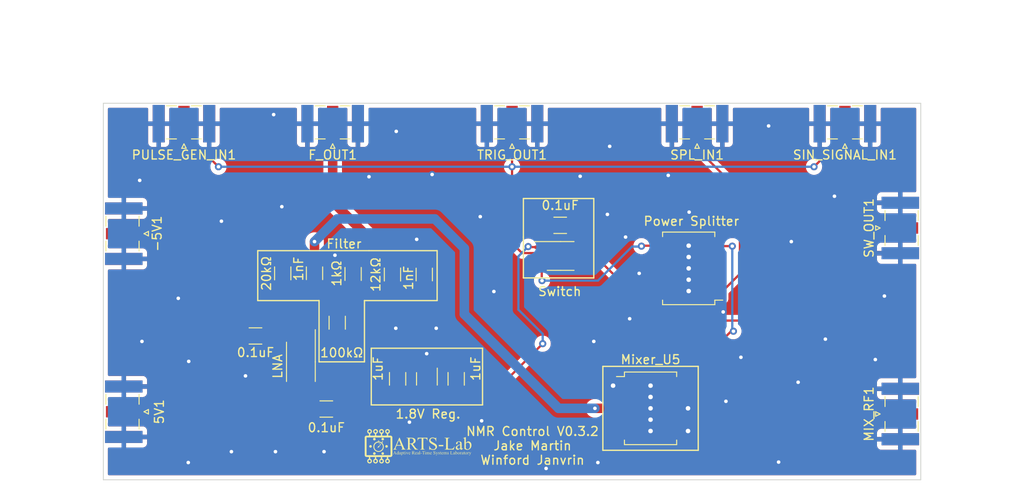
<source format=kicad_pcb>
(kicad_pcb (version 20211014) (generator pcbnew)
  (layers (0 "F.Cu" signal) (31 "B.Cu" signal) (34 "B.Paste" user) (35 "F.Paste" user) (36 "B.SilkS" user "B.Silkscreen") (37 "F.SilkS" user "F.Silkscreen") (38 "B.Mask" user) (39 "F.Mask" user) (44 "Edge.Cuts" user))
  (net 0 "")
  (net 1 "Net-(C1-Pad1)")
  (net 2 "Net-(C1-Pad2)")
  (net 3 "Net-(5V1-Pad1)")
  (net 4 "GND")
  (net 5 "Net-(C3-Pad2)")
  (net 6 "Net-(C4-Pad1)")
  (net 7 "Net-(R1-Pad2)")
  (net 8 "Net-(R2-Pad2)")
  (net 12 "Net-(U3-Pad3)")
  (net 13 "Net-(U3-Pad4)")
  (net 15 "Net-(U1-Pad6)")
  (net 16 "Net-(-5V1-Pad1)")
  (net 17 "Net-(MIX_RF1-Pad1)")
  (net 18 "Net-(SPL_IN1-Pad1)")
  (net 19 "Net-(U4-Pad2)")
  (net 20 "Net-(SW_OUT1-Pad1)")
  (footprint "Connector_Coaxial:SMA_Samtec_SMA-J-P-X-ST-EM1_EdgeMount" (layer "F.Cu") (at 96.266 70.739 -90)
    (fp_text reference "-5V1" (at 0 -3.7195 90) (layer "F.SilkS"))
    (fp_text value "Conn_Coaxial")
    (pad "1" smd rect (at 0 0.2 270) (size 1.27 3.6) (layers "F.Cu" "F.Paste" "F.Mask") (net 16 "Net-(-5V1-Pad1)"))
    (pad "2" smd rect (at 2.825 0 270) (size 1.35 4.2) (layers "F.Cu" "F.Paste" "F.Mask") (net 4 "GND"))
    (pad "2" smd rect (at 2.825 0 270) (size 1.35 4.2) (layers "B.Cu" "B.Paste" "B.Mask") (net 4 "GND"))
    (pad "2" smd rect (at -2.825 0 270) (size 1.35 4.2) (layers "F.Cu" "F.Paste" "F.Mask") (net 4 "GND"))
    (pad "2" smd rect (at -2.825 0 270) (size 1.35 4.2) (layers "B.Cu" "B.Paste" "B.Mask") (net 4 "GND"))
  )
  (footprint "Graphics:ARTS" (layer "F.Cu") (at 129.1844 94.5388)
    (fp_text reference "G***" hide)
    (fp_text value "LOGO" hide)
  )
  (footprint "Capacitor_SMD:C_1206_3216Metric" (layer "F.Cu") (at 117.602 75.1715 90)
    (fp_text reference "1nF" (at 0.4955 -1.778 90) (layer "F.SilkS"))
    (fp_text value "C")
    (pad "1" smd roundrect (at -1.475 0 90) (size 1.15 1.8) (layers "F.Cu" "F.Paste" "F.Mask") (roundrect_rratio 0.2173913043) (net 1 "Net-(C1-Pad1)"))
    (pad "2" smd roundrect (at 1.475 0 90) (size 1.15 1.8) (layers "F.Cu" "F.Paste" "F.Mask") (roundrect_rratio 0.2173913043) (net 2 "Net-(C1-Pad2)"))
  )
  (footprint "Resistor_SMD:R_1206_3216Metric" (layer "F.Cu") (at 120.142 80.7105 -90)
    (fp_text reference "100kΩ" (at 3.3635 -0.508) (layer "F.SilkS"))
    (fp_text value "R")
    (pad "1" smd roundrect (at -1.4625 0 270) (size 1.125 1.75) (layers "F.Cu" "F.Paste" "F.Mask") (roundrect_rratio 0.2222222222) (net 7 "Net-(R1-Pad2)"))
    (pad "2" smd roundrect (at 1.4625 0 270) (size 1.125 1.75) (layers "F.Cu" "F.Paste" "F.Mask") (roundrect_rratio 0.2222222222) (net 8 "Net-(R2-Pad2)"))
  )
  (footprint "Connector_Coaxial:SMA_Samtec_SMA-J-P-X-ST-EM1_EdgeMount" (layer "F.Cu") (at 119.634 58.42 180)
    (fp_text reference "F_OUT1" (at 0 -3.5) (layer "F.SilkS"))
    (fp_text value "Conn_Coaxial")
    (pad "1" smd rect (at 0 0.2 180) (size 1.27 3.6) (layers "F.Cu" "F.Paste" "F.Mask") (net 5 "Net-(C3-Pad2)"))
    (pad "2" smd rect (at -2.825 0 180) (size 1.35 4.2) (layers "F.Cu" "F.Paste" "F.Mask") (net 4 "GND"))
    (pad "2" smd rect (at 2.825 0 180) (size 1.35 4.2) (layers "F.Cu" "F.Paste" "F.Mask") (net 4 "GND"))
    (pad "2" smd rect (at -2.825 0 180) (size 1.35 4.2) (layers "B.Cu" "B.Paste" "B.Mask") (net 4 "GND"))
    (pad "2" smd rect (at 2.825 0 180) (size 1.35 4.2) (layers "B.Cu" "B.Paste" "B.Mask") (net 4 "GND"))
  )
  (footprint "Capacitor_SMD:C_1206_3216Metric" (layer "F.Cu") (at 129.879 75.311 90)
    (fp_text reference "1nF" (at -0.381 -1.7614 90) (layer "F.SilkS"))
    (fp_text value "C")
    (pad "1" smd roundrect (at -1.475 0 90) (size 1.15 1.8) (layers "F.Cu" "F.Paste" "F.Mask") (roundrect_rratio 0.2173913043) (net 4 "GND"))
    (pad "2" smd roundrect (at 1.475 0 90) (size 1.15 1.8) (layers "F.Cu" "F.Paste" "F.Mask") (roundrect_rratio 0.2173913043) (net 5 "Net-(C3-Pad2)"))
  )
  (footprint "Resistor_SMD:R_1206_3216Metric" (layer "F.Cu") (at 121.92 75.2495 -90)
    (fp_text reference "1kΩ" (at -0.0655 1.8288 90) (layer "F.SilkS"))
    (fp_text value "R")
    (pad "1" smd roundrect (at -1.4625 0 270) (size 1.125 1.75) (layers "F.Cu" "F.Paste" "F.Mask") (roundrect_rratio 0.2222222222) (net 4 "GND"))
    (pad "2" smd roundrect (at 1.4625 0 270) (size 1.125 1.75) (layers "F.Cu" "F.Paste" "F.Mask") (roundrect_rratio 0.2222222222) (net 7 "Net-(R1-Pad2)"))
  )
  (footprint "Capacitor_SMD:C_1206_3216Metric" (layer "F.Cu") (at 110.998 82.1944)
    (fp_text reference "C6")
    (fp_text value "0.1uF" (at 0 1.85) (layer "F.SilkS"))
    (pad "1" smd roundrect (at -1.475 0) (size 1.15 1.8) (layers "F.Cu" "F.Paste" "F.Mask") (roundrect_rratio 0.2173913043) (net 4 "GND"))
    (pad "2" smd roundrect (at 1.475 0) (size 1.15 1.8) (layers "F.Cu" "F.Paste" "F.Mask") (roundrect_rratio 0.2173913043) (net 16 "Net-(-5V1-Pad1)"))
  )
  (footprint "Connector_Coaxial:SMA_Samtec_SMA-J-P-X-ST-EM1_EdgeMount" (layer "F.Cu") (at 183.134 70.104 90)
    (fp_text reference "SW_OUT1" (at 0 -3.5 90) (layer "F.SilkS"))
    (fp_text value "Conn_Coaxial")
    (pad "1" smd rect (at 0 0.2 90) (size 1.27 3.6) (layers "F.Cu" "F.Paste" "F.Mask") (net 20 "Net-(SW_OUT1-Pad1)"))
    (pad "2" smd rect (at -2.825 0 90) (size 1.35 4.2) (layers "F.Cu" "F.Paste" "F.Mask") (net 4 "GND"))
    (pad "2" smd rect (at -2.825 0 90) (size 1.35 4.2) (layers "B.Cu" "B.Paste" "B.Mask") (net 4 "GND"))
    (pad "2" smd rect (at 2.825 0 90) (size 1.35 4.2) (layers "B.Cu" "B.Paste" "B.Mask") (net 4 "GND"))
    (pad "2" smd rect (at 2.825 0 90) (size 1.35 4.2) (layers "F.Cu" "F.Paste" "F.Mask") (net 4 "GND"))
  )
  (footprint "Connector_Coaxial:SMA_Samtec_SMA-J-P-X-ST-EM1_EdgeMount" (layer "F.Cu") (at 102.997 58.42 180)
    (fp_text reference "PULSE_GEN_IN1" (at 0 -3.5) (layer "F.SilkS"))
    (fp_text value "Conn_Coaxial")
    (pad "1" smd rect (at 0 0.2 180) (size 1.27 3.6) (layers "F.Cu" "F.Paste" "F.Mask") (net 19 "Net-(U4-Pad2)"))
    (pad "2" smd rect (at 2.825 0 180) (size 1.35 4.2) (layers "B.Cu" "B.Paste" "B.Mask") (net 4 "GND"))
    (pad "2" smd rect (at -2.825 0 180) (size 1.35 4.2) (layers "F.Cu" "F.Paste" "F.Mask") (net 4 "GND"))
    (pad "2" smd rect (at 2.825 0 180) (size 1.35 4.2) (layers "F.Cu" "F.Paste" "F.Mask") (net 4 "GND"))
    (pad "2" smd rect (at -2.825 0 180) (size 1.35 4.2) (layers "B.Cu" "B.Paste" "B.Mask") (net 4 "GND"))
  )
  (footprint "Resistor_SMD:R_1206_3216Metric" (layer "F.Cu") (at 114.046 75.184 90)
    (fp_text reference "20kΩ" (at 0 -1.82 90) (layer "F.SilkS"))
    (fp_text value "R")
    (pad "1" smd roundrect (at -1.4625 0 90) (size 1.125 1.75) (layers "F.Cu" "F.Paste" "F.Mask") (roundrect_rratio 0.2222222222) (net 1 "Net-(C1-Pad1)"))
    (pad "2" smd roundrect (at 1.4625 0 90) (size 1.125 1.75) (layers "F.Cu" "F.Paste" "F.Mask") (roundrect_rratio 0.2222222222) (net 4 "GND"))
  )
  (footprint "RF_Mini-Circuits:Mini-Circuits_CD636_LandPatternPL-035" (layer "F.Cu") (at 159.4612 74.6252 180)
    (fp_text reference "Power Splitter" (at -0.3048 5.2832) (layer "F.SilkS"))
    (fp_text value "ADP-2-1W")
    (pad "1" smd rect (at -2.54 -2.54 90) (size 1.651 2.54) (layers "F.Cu" "F.Paste" "F.Mask") (net 18 "Net-(SPL_IN1-Pad1)") (clearance 0.635))
    (pad "2" smd rect (at -2.54 0 90) (size 1.651 2.54) (layers "F.Cu" "F.Paste" "F.Mask") (clearance 0.635))
    (pad "3" smd rect (at -2.54 2.54 90) (size 1.651 2.54) (layers "F.Cu" "F.Paste" "F.Mask") (net 12 "Net-(U3-Pad3)") (clearance 0.635))
    (pad "4" smd rect (at 2.54 2.54 90) (size 1.651 2.54) (layers "F.Cu" "F.Paste" "F.Mask") (net 13 "Net-(U3-Pad4)") (clearance 0.635))
    (pad "5" smd rect (at 2.54 0 90) (size 1.651 2.54) (layers "F.Cu" "F.Paste" "F.Mask") (clearance 0.635))
    (pad "6" smd rect (at 0.9525 -2.54 90) (size 1.651 0.635) (layers "F.Cu") (net 4 "GND"))
    (pad "6" thru_hole circle (at 0 -1.27 90) (size 1.016 1.016) (drill 0.508) (layers *.Cu) (net 4 "GND"))
    (pad "6" thru_hole circle (at 0 2.54 90) (size 1.016 1.016) (drill 0.508) (layers *.Cu) (net 4 "GND"))
    (pad "6" smd rect (at 2.54 -2.54 90) (size 1.651 2.54) (layers "F.Cu" "F.Paste" "F.Mask") (net 4 "GND"))
    (pad "6" smd rect (at 0 0 90) (size 6.731 1.27) (layers "F.Cu") (net 4 "GND"))
    (pad "6" thru_hole circle (at 0 0 90) (size 1.016 1.016) (drill 0.508) (layers *.Cu) (net 4 "GND"))
    (pad "6" thru_hole circle (at 0 1.27 90) (size 1.016 1.016) (drill 0.508) (layers *.Cu) (net 4 "GND"))
    (pad "6" thru_hole circle (at 0 -2.54 90) (size 1.016 1.016) (drill 0.508) (layers *.Cu) (net 4 "GND"))
  )
  (footprint "Connector_Coaxial:SMA_Samtec_SMA-J-P-X-ST-EM1_EdgeMount" (layer "F.Cu") (at 139.7 58.42 180)
    (fp_text reference "TRIG_OUT1" (at 0 -3.5) (layer "F.SilkS"))
    (fp_text value "Conn_Coaxial")
    (pad "1" smd rect (at 0 0.2 180) (size 1.27 3.6) (layers "F.Cu" "F.Paste" "F.Mask") (net 19 "Net-(U4-Pad2)"))
    (pad "2" smd rect (at -2.825 0 180) (size 1.35 4.2) (layers "F.Cu" "F.Paste" "F.Mask") (net 4 "GND"))
    (pad "2" smd rect (at 2.825 0 180) (size 1.35 4.2) (layers "F.Cu" "F.Paste" "F.Mask") (net 4 "GND"))
    (pad "2" smd rect (at -2.825 0 180) (size 1.35 4.2) (layers "B.Cu" "B.Paste" "B.Mask") (net 4 "GND"))
    (pad "2" smd rect (at 2.825 0 180) (size 1.35 4.2) (layers "B.Cu" "B.Paste" "B.Mask") (net 4 "GND"))
  )
  (footprint "Connector_Coaxial:SMA_Samtec_SMA-J-P-X-ST-EM1_EdgeMount" (layer "F.Cu") (at 160.401 58.42 180)
    (fp_text reference "SPL_IN1" (at 0 -3.5) (layer "F.SilkS"))
    (fp_text value "Conn_Coaxial")
    (pad "1" smd rect (at 0 0.2 180) (size 1.27 3.6) (layers "F.Cu" "F.Paste" "F.Mask") (net 18 "Net-(SPL_IN1-Pad1)"))
    (pad "2" smd rect (at 2.825 0 180) (size 1.35 4.2) (layers "F.Cu" "F.Paste" "F.Mask") (net 4 "GND"))
    (pad "2" smd rect (at -2.825 0 180) (size 1.35 4.2) (layers "B.Cu" "B.Paste" "B.Mask") (net 4 "GND"))
    (pad "2" smd rect (at 2.825 0 180) (size 1.35 4.2) (layers "B.Cu" "B.Paste" "B.Mask") (net 4 "GND"))
    (pad "2" smd rect (at -2.825 0 180) (size 1.35 4.2) (layers "F.Cu" "F.Paste" "F.Mask") (net 4 "GND"))
  )
  (footprint "Capacitor_SMD:C_1206_3216Metric" (layer "F.Cu") (at 118.9228 90.3732 180)
    (fp_text reference "C7")
    (fp_text value "0.1uF" (at 0 -2.0828) (layer "F.SilkS"))
    (pad "1" smd roundrect (at -1.475 0 180) (size 1.15 1.8) (layers "F.Cu" "F.Paste" "F.Mask") (roundrect_rratio 0.2173913043) (net 4 "GND"))
    (pad "2" smd roundrect (at 1.475 0 180) (size 1.15 1.8) (layers "F.Cu" "F.Paste" "F.Mask") (roundrect_rratio 0.2173913043) (net 3 "Net-(5V1-Pad1)"))
  )
  (footprint "Connector_Coaxial:SMA_Samtec_SMA-J-P-X-ST-EM1_EdgeMount" (layer "F.Cu") (at 176.94 58.42 180)
    (fp_text reference "SIN_SIGNAL_IN1" (at 0 -3.5) (layer "F.SilkS"))
    (fp_text value "Conn_Coaxial")
    (pad "1" smd rect (at 0 0.2 180) (size 1.27 3.6) (layers "F.Cu" "F.Paste" "F.Mask") (net 19 "Net-(U4-Pad2)"))
    (pad "2" smd rect (at 2.825 0 180) (size 1.35 4.2) (layers "F.Cu" "F.Paste" "F.Mask") (net 4 "GND"))
    (pad "2" smd rect (at 2.825 0 180) (size 1.35 4.2) (layers "B.Cu" "B.Paste" "B.Mask") (net 4 "GND"))
    (pad "2" smd rect (at -2.825 0 180) (size 1.35 4.2) (layers "B.Cu" "B.Paste" "B.Mask") (net 4 "GND"))
    (pad "2" smd rect (at -2.825 0 180) (size 1.35 4.2) (layers "F.Cu" "F.Paste" "F.Mask") (net 4 "GND"))
  )
  (footprint "Package_TO_SOT_SMD:SOT-353_SC-70-5" (layer "F.Cu") (at 130.175 86.995 -90)
    (fp_text reference "1.8V Reg." (at 3.937 -0.127 180) (layer "F.SilkS"))
    (fp_text value "NCP715-1.8V")
    (pad "1" smd rect (at -0.95 -0.65 270) (size 0.65 0.4) (layers "F.Cu" "F.Paste" "F.Mask"))
    (pad "2" smd rect (at -0.95 0 270) (size 0.65 0.4) (layers "F.Cu" "F.Paste" "F.Mask") (net 4 "GND"))
    (pad "3" smd rect (at -0.95 0.65 270) (size 0.65 0.4) (layers "F.Cu" "F.Paste" "F.Mask"))
    (pad "4" smd rect (at 0.95 0.65 270) (size 0.65 0.4) (layers "F.Cu" "F.Paste" "F.Mask") (net 3 "Net-(5V1-Pad1)"))
    (pad "5" smd rect (at 0.95 -0.65 270) (size 0.65 0.4) (layers "F.Cu" "F.Paste" "F.Mask") (net 6 "Net-(C4-Pad1)"))
  )
  (footprint "Capacitor_SMD:C_1206_3216Metric" (layer "F.Cu") (at 133.4516 86.995 90)
    (fp_text reference "C4")
    (fp_text value "1uF" (at 1.143 2.1844 90) (layer "F.SilkS"))
    (pad "1" smd roundrect (at -1.475 0 90) (size 1.15 1.8) (layers "F.Cu" "F.Paste" "F.Mask") (roundrect_rratio 0.2173913043) (net 6 "Net-(C4-Pad1)"))
    (pad "2" smd roundrect (at 1.475 0 90) (size 1.15 1.8) (layers "F.Cu" "F.Paste" "F.Mask") (roundrect_rratio 0.2173913043) (net 4 "GND"))
  )
  (footprint "Capacitor_SMD:C_1206_3216Metric" (layer "F.Cu") (at 126.8984 86.995 90)
    (fp_text reference "C2")
    (fp_text value "1uF" (at 1.143 -2.1844 90) (layer "F.SilkS"))
    (pad "1" smd roundrect (at -1.475 0 90) (size 1.15 1.8) (layers "F.Cu" "F.Paste" "F.Mask") (roundrect_rratio 0.2173913043) (net 3 "Net-(5V1-Pad1)"))
    (pad "2" smd roundrect (at 1.475 0 90) (size 1.15 1.8) (layers "F.Cu" "F.Paste" "F.Mask") (roundrect_rratio 0.2173913043) (net 4 "GND"))
  )
  (footprint "Resistor_SMD:R_1206_3216Metric" (layer "F.Cu") (at 126.323 75.311 90)
    (fp_text reference "12kΩ" (at 0 -1.863 90) (layer "F.SilkS"))
    (fp_text value "R")
    (pad "1" smd roundrect (at -1.4625 0 90) (size 1.125 1.75) (layers "F.Cu" "F.Paste" "F.Mask") (roundrect_rratio 0.2222222222) (net 8 "Net-(R2-Pad2)"))
    (pad "2" smd roundrect (at 1.4625 0 90) (size 1.125 1.75) (layers "F.Cu" "F.Paste" "F.Mask") (roundrect_rratio 0.2222222222) (net 5 "Net-(C3-Pad2)"))
  )
  (footprint "Connector_Coaxial:SMA_Samtec_SMA-J-P-X-ST-EM1_EdgeMount" (layer "F.Cu") (at 96.266 90.678 -90)
    (fp_text reference "5V1" (at 0 -3.9735 90) (layer "F.SilkS"))
    (fp_text value "Conn_Coaxial")
    (pad "1" smd rect (at 0 0.2 270) (size 1.27 3.6) (layers "F.Cu" "F.Paste" "F.Mask") (net 3 "Net-(5V1-Pad1)"))
    (pad "2" smd rect (at 2.825 0 270) (size 1.35 4.2) (layers "B.Cu" "B.Paste" "B.Mask") (net 4 "GND"))
    (pad "2" smd rect (at -2.825 0 270) (size 1.35 4.2) (layers "F.Cu" "F.Paste" "F.Mask") (net 4 "GND"))
    (pad "2" smd rect (at 2.825 0 270) (size 1.35 4.2) (layers "F.Cu" "F.Paste" "F.Mask") (net 4 "GND"))
    (pad "2" smd rect (at -2.825 0 270) (size 1.35 4.2) (layers "B.Cu" "B.Paste" "B.Mask") (net 4 "GND"))
  )
  (footprint "Package_SO:TSSOP-8_4.4x3mm_P0.65mm" (layer "F.Cu") (at 116.078 85.09 -90)
    (fp_text reference "LNA" (at 0.508 2.5908 -90) (layer "F.SilkS"))
    (fp_text value "LM4565")
    (pad "1" smd roundrect (at -2.8625 -0.975 270) (size 1.475 0.4) (layers "F.Cu" "F.Paste" "F.Mask") (net 8 "Net-(R2-Pad2)"))
    (pad "2" smd roundrect (at -2.8625 -0.325 270) (size 1.475 0.4) (layers "F.Cu" "F.Paste" "F.Mask") (net 7 "Net-(R1-Pad2)"))
    (pad "3" smd roundrect (at -2.8625 0.325 270) (size 1.475 0.4) (layers "F.Cu" "F.Paste" "F.Mask") (net 1 "Net-(C1-Pad1)"))
    (pad "4" smd roundrect (at -2.8625 0.975 270) (size 1.475 0.4) (layers "F.Cu" "F.Paste" "F.Mask") (net 16 "Net-(-5V1-Pad1)"))
    (pad "5" smd roundrect (at 2.8625 0.975 270) (size 1.475 0.4) (layers "F.Cu" "F.Paste" "F.Mask") (net 4 "GND"))
    (pad "6" smd roundrect (at 2.8625 0.325 270) (size 1.475 0.4) (layers "F.Cu" "F.Paste" "F.Mask") (net 15 "Net-(U1-Pad6)"))
    (pad "7" smd roundrect (at 2.8625 -0.325 270) (size 1.475 0.4) (layers "F.Cu" "F.Paste" "F.Mask") (net 15 "Net-(U1-Pad6)"))
    (pad "8" smd roundrect (at 2.8625 -0.975 270) (size 1.475 0.4) (layers "F.Cu" "F.Paste" "F.Mask") (net 3 "Net-(5V1-Pad1)"))
  )
  (footprint "RF_Mini-Circuits:Mini-Circuits_CD542_LandPatternPL-052" (layer "F.Cu") (at 155.194 90.297)
    (fp_text reference "Mixer_U5" (at 0 -5.461) (layer "F.SilkS"))
    (fp_text value "ADE-6")
    (pad "1" smd rect (at -2.032 -2.54) (size 5.334 1.651) (layers "F.Cu") (net 4 "GND"))
    (pad "1" thru_hole circle (at 0 -1.27) (size 1.016 1.016) (drill 0.508) (layers *.Cu) (net 4 "GND"))
    (pad "1" thru_hole circle (at 0 0) (size 1.016 1.016) (drill 0.508) (layers *.Cu) (net 4 "GND"))
    (pad "1" thru_hole circle (at 0 1.27) (size 1.016 1.016) (drill 0.508) (layers *.Cu) (net 4 "GND"))
    (pad "1" smd rect (at 0 0) (size 1.27 6.731) (layers "F.Cu") (net 4 "GND"))
    (pad "1" thru_hole circle (at 0 -2.54) (size 1.016 1.016) (drill 0.508) (layers *.Cu) (net 4 "GND"))
    (pad "1" thru_hole circle (at 0 2.54) (size 1.016 1.016) (drill 0.508) (layers *.Cu) (net 4 "GND"))
    (pad "1" thru_hole circle (at -4.191 -2.54) (size 1.016 1.016) (drill 0.508) (layers *.Cu) (net 4 "GND"))
    (pad "1" smd rect (at -2.54 -2.54) (size 2.54 1.651) (layers "F.Cu" "F.Paste" "F.Mask") (net 4 "GND"))
    (pad "2" smd rect (at -2.54 0) (size 2.54 1.651) (layers "F.Cu" "F.Paste" "F.Mask") (net 2 "Net-(C1-Pad2)") (clearance 0.635))
    (pad "3" smd rect (at -2.54 2.54) (size 2.54 1.651) (layers "F.Cu" "F.Paste" "F.Mask") (net 17 "Net-(MIX_RF1-Pad1)") (clearance 0.635))
    (pad "4" smd rect (at 2.54 2.54) (size 2.54 1.651) (layers "F.Cu" "F.Paste" "F.Mask") (net 4 "GND"))
    (pad "4" thru_hole circle (at 4.191 2.54) (size 1.016 1.016) (drill 0.508) (layers *.Cu) (net 4 "GND"))
    (pad "4" smd rect (at 2.032 1.27) (size 5.334 4.191) (layers "F.Cu") (net 4 "GND"))
    (pad "5" thru_hole circle (at 4.191 0) (size 1.016 1.016) (drill 0.508) (layers *.Cu) (net 4 "GND"))
    (pad "5" smd rect (at 2.54 0) (size 2.54 1.651) (layers "F.Cu" "F.Paste" "F.Mask") (net 4 "GND"))
    (pad "6" smd rect (at 2.54 -2.54) (size 2.54 1.651) (layers "F.Cu" "F.Paste" "F.Mask") (net 12 "Net-(U3-Pad3)") (clearance 0.635))
  )
  (footprint "Capacitor_SMD:C_1206_3216Metric" (layer "F.Cu") (at 145.0866 69.8044 180)
    (fp_text reference "C5")
    (fp_text value "0.1uF" (at 0 2.2404) (layer "F.SilkS"))
    (pad "1" smd roundrect (at -1.475 0 180) (size 1.15 1.8) (layers "F.Cu" "F.Paste" "F.Mask") (roundrect_rratio 0.2173913043) (net 4 "GND"))
    (pad "2" smd roundrect (at 1.475 0 180) (size 1.15 1.8) (layers "F.Cu" "F.Paste" "F.Mask") (roundrect_rratio 0.2173913043) (net 6 "Net-(C4-Pad1)"))
  )
  (footprint "Package_SO:MSOP-8_3x3mm_P0.65mm" (layer "F.Cu") (at 145.1356 73.2334)
    (fp_text reference "Switch" (at -0.1016 3.9826) (layer "F.SilkS"))
    (fp_text value "ADG901BRMZ")
    (pad "1" smd roundrect (at -2.1125 -0.975) (size 1.625 0.4) (layers "F.Cu" "F.Paste" "F.Mask") (net 6 "Net-(C4-Pad1)"))
    (pad "2" smd roundrect (at -2.1125 -0.325) (size 1.625 0.4) (layers "F.Cu" "F.Paste" "F.Mask") (net 19 "Net-(U4-Pad2)"))
    (pad "3" smd roundrect (at -2.1125 0.325) (size 1.625 0.4) (layers "F.Cu" "F.Paste" "F.Mask") (net 4 "GND"))
    (pad "4" smd roundrect (at -2.1125 0.975) (size 1.625 0.4) (layers "F.Cu" "F.Paste" "F.Mask") (net 13 "Net-(U3-Pad4)"))
    (pad "5" smd roundrect (at 2.1125 0.975) (size 1.625 0.4) (layers "F.Cu" "F.Paste" "F.Mask") (net 4 "GND"))
    (pad "6" smd roundrect (at 2.1125 0.325) (size 1.625 0.4) (layers "F.Cu" "F.Paste" "F.Mask") (net 4 "GND"))
    (pad "7" smd roundrect (at 2.1125 -0.325) (size 1.625 0.4) (layers "F.Cu" "F.Paste" "F.Mask") (net 4 "GND"))
    (pad "8" smd roundrect (at 2.1125 -0.975) (size 1.625 0.4) (layers "F.Cu" "F.Paste" "F.Mask") (net 20 "Net-(SW_OUT1-Pad1)"))
  )
  (footprint "Connector_Coaxial:SMA_Samtec_SMA-J-P-X-ST-EM1_EdgeMount" (layer "F.Cu") (at 183.134 90.932 90)
    (fp_text reference "MIX_RF1" (at 0 -3.5 90) (layer "F.SilkS"))
    (fp_text value "Conn_Coaxial")
    (pad "1" smd rect (at 0 0.2 90) (size 1.27 3.6) (layers "F.Cu" "F.Paste" "F.Mask") (net 17 "Net-(MIX_RF1-Pad1)"))
    (pad "2" smd rect (at 2.825 0 90) (size 1.35 4.2) (layers "B.Cu" "B.Paste" "B.Mask") (net 4 "GND"))
    (pad "2" smd rect (at -2.825 0 90) (size 1.35 4.2) (layers "B.Cu" "B.Paste" "B.Mask") (net 4 "GND"))
    (pad "2" smd rect (at 2.825 0 90) (size 1.35 4.2) (layers "F.Cu" "F.Paste" "F.Mask") (net 4 "GND"))
    (pad "2" smd rect (at -2.825 0 90) (size 1.35 4.2) (layers "F.Cu" "F.Paste" "F.Mask") (net 4 "GND"))
  )
  (gr_line (start 160.528 85.598) (end 149.86 85.598) (layer "F.SilkS") (width 0.15))
  (gr_line (start 123.952 83.566) (end 136.398 83.566) (layer "F.SilkS") (width 0.15))
  (gr_line (start 149.86 94.996) (end 160.528 94.996) (layer "F.SilkS") (width 0.15))
  (gr_line (start 140.97 75.692) (end 148.844 75.692) (layer "F.SilkS") (width 0.15))
  (gr_line (start 111.252 72.644) (end 111.252 78.232) (layer "F.SilkS") (width 0.15))
  (gr_line (start 111.252 78.232) (end 118.11 78.232) (layer "F.SilkS") (width 0.15))
  (gr_line (start 148.844 66.802) (end 140.97 66.802) (layer "F.SilkS") (width 0.15))
  (gr_line (start 123.698 72.644) (end 111.252 72.644) (layer "F.SilkS") (width 0.15))
  (gr_line (start 148.844 75.692) (end 148.844 66.802) (layer "F.SilkS") (width 0.15))
  (gr_line (start 140.97 71.12) (end 140.97 75.692) (layer "F.SilkS") (width 0.15))
  (gr_line (start 123.19 78.232) (end 131.318 78.232) (layer "F.SilkS") (width 0.15))
  (gr_line (start 160.528 94.996) (end 160.528 85.598) (layer "F.SilkS") (width 0.15))
  (gr_line (start 149.86 85.598) (end 149.86 94.996) (layer "F.SilkS") (width 0.15))
  (gr_line (start 118.11 85.09) (end 123.19 85.09) (layer "F.SilkS") (width 0.15))
  (gr_line (start 123.19 85.09) (end 123.19 78.232) (layer "F.SilkS") (width 0.15))
  (gr_line (start 131.318 78.232) (end 131.318 72.644) (layer "F.SilkS") (width 0.15))
  (gr_line (start 123.952 89.916) (end 123.952 83.566) (layer "F.SilkS") (width 0.15))
  (gr_line (start 118.11 78.232) (end 118.11 85.09) (layer "F.SilkS") (width 0.15))
  (gr_line (start 131.318 72.644) (end 123.698 72.644) (layer "F.SilkS") (width 0.15))
  (gr_line (start 136.398 89.916) (end 123.952 89.916) (layer "F.SilkS") (width 0.15))
  (gr_line (start 140.97 71.12) (end 140.97 66.802) (layer "F.SilkS") (width 0.15))
  (gr_line (start 136.398 83.566) (end 136.398 89.916) (layer "F.SilkS") (width 0.15))
  (gr_line (start 185.42 98.298) (end 93.98 98.298) (layer "Edge.Cuts") (width 0.1))
  (gr_line (start 185.42 56.134) (end 185.42 98.298) (layer "Edge.Cuts") (width 0.1))
  (gr_line (start 93.98 56.134) (end 185.42 56.134) (layer "Edge.Cuts") (width 0.1))
  (gr_line (start 93.98 72.136) (end 93.98 56.134) (layer "Edge.Cuts") (width 0.1))
  (gr_line (start 93.98 98.298) (end 93.98 72.136) (layer "Edge.Cuts") (width 0.1))
  (gr_text "NMR Control V0.3.2\nJake Martin\nWinford Janvrin" (at 141.986 94.488) (layer "F.SilkS") (effects (font (size 1 1))))
  (gr_text "Filter" (at 120.904 71.882) (layer "F.SilkS") (effects (font (size 1 1))))
  (segment (start 114.046 76.6465) (end 114.046 78.867) (width 1.06587) (layer "F.Cu") (net 1))
  (segment (start 115.753 82.2275) (end 115.753 80.574) (width 0.25) (layer "F.Cu") (net 1))
  (segment (start 115.753 80.574) (end 115.443 80.264) (width 0.25) (layer "F.Cu") (net 1))
  (segment (start 117.602 76.6465) (end 114.046 76.6465) (width 1.06587) (layer "F.Cu") (net 1))
  (segment (start 114.046 78.867) (end 115.443 80.264) (width 1.06587) (layer "F.Cu") (net 1))
  (segment (start 152.654 90.297) (end 148.971 90.297) (width 1.06587) (layer "F.Cu") (net 2))
  (segment (start 117.602 71.628) (end 117.602 73.6965) (width 1.06587) (layer "F.Cu") (net 2))
  (via (at 117.602 71.628) (size 0.8) (drill 0.4) (layers "F.Cu" "B.Cu") (net 2))
  (via (at 148.971 90.297) (size 0.8) (drill 0.4) (layers "F.Cu" "B.Cu") (net 2))
  (segment (start 131.064 69.088) (end 120.142 69.088) (width 1.06587) (layer "B.Cu") (net 2))
  (segment (start 134.366 79.756) (end 134.366 72.39) (width 1.06587) (layer "B.Cu") (net 2))
  (segment (start 144.907 90.297) (end 134.366 79.756) (width 1.06587) (layer "B.Cu") (net 2))
  (segment (start 134.366 72.39) (end 131.064 69.088) (width 1.06587) (layer "B.Cu") (net 2))
  (segment (start 120.142 69.088) (end 117.602 71.628) (width 1.06587) (layer "B.Cu") (net 2))
  (segment (start 148.971 90.297) (end 144.907 90.297) (width 1.06587) (layer "B.Cu") (net 2))
  (segment (start 117.143 90.678) (end 96.6645 90.678) (width 1.06587) (layer "F.Cu") (net 3))
  (segment (start 117.335455 90.260855) (end 117.335455 87.9525) (width 1.06587) (layer "F.Cu") (net 3))
  (segment (start 117.4478 88.2886) (end 117.3988 88.2396) (width 1.06587) (layer "F.Cu") (net 3))
  (segment (start 126.8984 88.47) (end 129 88.47) (width 1.06587) (layer "F.Cu") (net 3))
  (segment (start 126.717 88.2886) (end 126.8984 88.47) (width 1.06587) (layer "F.Cu") (net 3))
  (segment (start 117.4478 88.2886) (end 126.717 88.2886) (width 1.06587) (layer "F.Cu") (net 3))
  (segment (start 117.4478 90.3732) (end 117.143 90.678) (width 1.06587) (layer "F.Cu") (net 3))
  (segment (start 117.4478 90.3732) (end 117.335455 90.260855) (width 1.06587) (layer "F.Cu") (net 3))
  (segment (start 129 88.47) (end 129.525 87.945) (width 1.06587) (layer "F.Cu") (net 3))
  (segment (start 143.0231 73.5584) (end 147.2481 73.5584) (width 0.25) (layer "F.Cu") (net 4))
  (segment (start 130.175 84.201) (end 130.1496 84.1756) (width 0.25) (layer "F.Cu") (net 4))
  (segment (start 130.175 86.045) (end 130.175 84.201) (width 0.25) (layer "F.Cu") (net 4))
  (via (at 137.668 77.216) (size 0.8) (drill 0.4) (layers "F.Cu" "B.Cu") (net 4))
  (via (at 107.188 69.342) (size 0.8) (drill 0.4) (layers "F.Cu" "B.Cu") (net 4))
  (via (at 165.3032 84.582) (size 0.8) (drill 0.4) (layers "F.Cu" "B.Cu") (net 4))
  (via (at 113.03 57.404) (size 0.8) (drill 0.4) (layers "F.Cu" "B.Cu") (net 4))
  (via (at 119.888 73.152) (size 0.8) (drill 0.4) (layers "F.Cu" "B.Cu") (net 4))
  (via (at 126.746 59.2836) (size 0.8) (drill 0.4) (layers "F.Cu" "B.Cu") (net 4))
  (via (at 103.4796 96.3676) (size 0.8) (drill 0.4) (layers "F.Cu" "B.Cu") (net 4))
  (via (at 170.942 71.628) (size 0.8) (drill 0.4) (layers "F.Cu" "B.Cu") (net 4))
  (via (at 148.844 82.804) (size 0.8) (drill 0.4) (layers "F.Cu" "B.Cu") (net 4))
  (via (at 128.2192 91.8464) (size 0.8) (drill 0.4) (layers "F.Cu" "B.Cu") (net 4))
  (via (at 175.768 66.548) (size 0.8) (drill 0.4) (layers "F.Cu" "B.Cu") (net 4))
  (via (at 136.144 68.834) (size 0.8) (drill 0.4) (layers "F.Cu" "B.Cu") (net 4))
  (via (at 181.356 77.724) (size 0.8) (drill 0.4) (layers "F.Cu" "B.Cu") (net 4))
  (via (at 143.51 97.028) (size 0.8) (drill 0.4) (layers "F.Cu" "B.Cu") (net 4))
  (via (at 123.698 64.3636) (size 0.8) (drill 0.4) (layers "F.Cu" "B.Cu") (net 4))
  (via (at 98.298 82.804) (size 0.8) (drill 0.4) (layers "F.Cu" "B.Cu") (net 4))
  (via (at 109.8804 86.6648) (size 0.8) (drill 0.4) (layers "F.Cu" "B.Cu") (net 4))
  (via (at 169.5196 96.3168) (size 0.8) (drill 0.4) (layers "F.Cu" "B.Cu") (net 4))
  (via (at 98.044 64.77) (size 0.8) (drill 0.4) (layers "F.Cu" "B.Cu") (net 4))
  (via (at 113.2332 95.1484) (size 0.8) (drill 0.4) (layers "F.Cu" "B.Cu") (net 4))
  (via (at 108.3056 95.1484) (size 0.8) (drill 0.4) (layers "F.Cu" "B.Cu") (net 4))
  (via (at 180.34 84.836) (size 0.8) (drill 0.4) (layers "F.Cu" "B.Cu") (net 4))
  (via (at 149.3012 96.3676) (size 0.8) (drill 0.4) (layers "F.Cu" "B.Cu") (net 4))
  (via (at 150.622 60.96) (size 0.8) (drill 0.4) (layers "F.Cu" "B.Cu") (net 4))
  (via (at 168.402 58.674) (size 0.8) (drill 0.4) (layers "F.Cu" "B.Cu") (net 4))
  (via (at 130.7592 64.1096) (size 0.8) (drill 0.4) (layers "F.Cu" "B.Cu") (net 4))
  (via (at 131.2164 81.3308) (size 0.8) (drill 0.4) (layers "F.Cu" "B.Cu") (net 4))
  (via (at 129.032 71.374) (size 0.8) (drill 0.4) (layers "F.Cu" "B.Cu") (net 4))
  (via (at 163.322 79.502) (size 0.8) (drill 0.4) (layers "F.Cu" "B.Cu") (net 4))
  (via (at 118.6688 95.1484) (size 0.8) (drill 0.4) (layers "F.Cu" "B.Cu") (net 4))
  (via (at 102.362 77.978) (size 0.8) (drill 0.4) (layers "F.Cu" "B.Cu") (net 4))
  (via (at 126.6952 81.3308) (size 0.8) (drill 0.4) (layers "F.Cu" "B.Cu") (net 4))
  (via (at 130.1496 84.1756) (size 0.8) (drill 0.4) (layers "F.Cu" "B.Cu") (net 4))
  (via (at 152.4 71.12) (size 0.8) (drill 0.4) (layers "F.Cu" "B.Cu") (net 4))
  (via (at 152.8572 80.264) (size 0.8) (drill 0.4) (layers "F.Cu" "B.Cu") (net 4))
  (via (at 136.2964 91.694) (size 0.8) (drill 0.4) (layers "F.Cu" "B.Cu") (net 4))
  (via (at 159.512 68.326) (size 0.8) (drill 0.4) (layers "F.Cu" "B.Cu") (net 4))
  (via (at 103.5304 85.0392) (size 0.8) (drill 0.4) (layers "F.Cu" "B.Cu") (net 4))
  (via (at 163.6268 89.5096) (size 0.8) (drill 0.4) (layers "F.Cu" "B.Cu") (net 4))
  (via (at 174.752 82.55) (size 0.8) (drill 0.4) (layers "F.Cu" "B.Cu") (net 4))
  (via (at 150.368 68.58) (size 0.8) (drill 0.4) (layers "F.Cu" "B.Cu") (net 4))
  (via (at 157.1752 64.2112) (size 0.8) (drill 0.4) (layers "F.Cu" "B.Cu") (net 4))
  (via (at 153.924 75.184) (size 0.8) (drill 0.4) (layers "F.Cu" "B.Cu") (net 4))
  (via (at 171.704 87.376) (size 0.8) (drill 0.4) (layers "F.Cu" "B.Cu") (net 4))
  (via (at 147.32 64.3128) (size 0.8) (drill 0.4) (layers "F.Cu" "B.Cu") (net 4))
  (via (at 113.9444 67.7164) (size 0.8) (drill 0.4) (layers "F.Cu" "B.Cu") (net 4))
  (segment (start 126.323 73.8485) (end 129.8665 73.8485) (width 1.06587) (layer "F.Cu") (net 5))
  (segment (start 119.634 67.1595) (end 119.634 58.22) (width 1.06587) (layer "F.Cu") (net 5))
  (segment (start 129.8665 73.8485) (end 129.879 73.836) (width 1.06587) (layer "F.Cu") (net 5))
  (segment (start 126.323 73.8485) (end 119.634 67.1595) (width 1.06587) (layer "F.Cu") (net 5))
  (segment (start 143.0075 72.2428) (end 143.0231 72.2584) (width 0.25) (layer "F.Cu") (net 6))
  (segment (start 143.1036 70.3124) (end 143.1036 71.8364) (width 1.06587) (layer "F.Cu") (net 6))
  (segment (start 131.35 88.47) (end 130.825 87.945) (width 1.06587) (layer "F.Cu") (net 6))
  (segment (start 137.717 88.47) (end 133.4516 88.47) (width 0.25) (layer "F.Cu") (net 6))
  (segment (start 133.4516 88.47) (end 131.35 88.47) (width 1.06587) (layer "F.Cu") (net 6))
  (segment (start 143.6116 69.8044) (end 143.1036 70.3124) (width 1.06587) (layer "F.Cu") (net 6))
  (segment (start 137.717 88.47) (end 143.129 83.058) (width 0.25) (layer "F.Cu") (net 6))
  (segment (start 141.5034 72.2428) (end 143.0075 72.2428) (width 0.25) (layer "F.Cu") (net 6))
  (via (at 141.500846 72.184596) (size 0.8) (drill 0.4) (layers "F.Cu" "B.Cu") (net 6))
  (via (at 143.129 83.058) (size 0.8) (drill 0.4) (layers "F.Cu" "B.Cu") (net 6))
  (segment (start 140.4112 79.248) (end 143.129 81.9658) (width 0.25) (layer "B.Cu") (net 6))
  (segment (start 140.4112 73.274242) (end 140.4112 79.248) (width 0.25) (layer "B.Cu") (net 6))
  (segment (start 141.500846 72.184596) (end 140.4112 73.274242) (width 0.25) (layer "B.Cu") (net 6))
  (segment (start 143.129 81.9658) (end 143.129 83.058) (width 0.25) (layer "B.Cu") (net 6))
  (segment (start 117.200248 79.248) (end 116.70839 79.739858) (width 1.06587) (layer "F.Cu") (net 7))
  (segment (start 116.70839 79.739858) (end 116.70839 80.518) (width 1.06587) (layer "F.Cu") (net 7))
  (segment (start 120.142 79.248) (end 117.200248 79.248) (width 1.06587) (layer "F.Cu") (net 7))
  (segment (start 116.403 82.2275) (end 116.403 80.82339) (width 0.25) (layer "F.Cu") (net 7))
  (segment (start 116.403 80.82339) (end 116.70839 80.518) (width 0.25) (layer "F.Cu") (net 7))
  (segment (start 120.142 78.49) (end 121.92 76.712) (width 1.06587) (layer "F.Cu") (net 7))
  (segment (start 120.142 79.248) (end 120.142 78.49) (width 1.06587) (layer "F.Cu") (net 7))
  (segment (start 120.142 82.173) (end 120.9235 82.173) (width 1.06587) (layer "F.Cu") (net 8))
  (segment (start 120.9235 82.173) (end 126.323 76.7735) (width 1.06587) (layer "F.Cu") (net 8))
  (segment (start 120.142 82.173) (end 117.479 82.173) (width 1.06587) (layer "F.Cu") (net 8))
  (segment (start 117.479 82.173) (end 117.475 82.169) (width 1.06587) (layer "F.Cu") (net 8))
  (segment (start 164.211 81.661) (end 158.115 87.757) (width 0.25) (layer "F.Cu") (net 12))
  (segment (start 158.115 87.757) (end 157.734 87.757) (width 0.25) (layer "F.Cu") (net 12))
  (segment (start 162.052 72.136) (end 162.0012 72.0852) (width 0.25) (layer "F.Cu") (net 12))
  (segment (start 164.338 72.136) (end 162.052 72.136) (width 0.25) (layer "F.Cu") (net 12))
  (segment (start 164.465 81.661) (end 164.211 81.661) (width 0.25) (layer "F.Cu") (net 12))
  (via (at 164.465 81.661) (size 0.8) (drill 0.4) (layers "F.Cu" "B.Cu") (net 12))
  (via (at 164.338 72.136) (size 0.8) (drill 0.4) (layers "F.Cu" "B.Cu") (net 12))
  (segment (start 164.338 81.534) (end 164.338 72.136) (width 0.25) (layer "B.Cu") (net 12))
  (segment (start 164.465 81.661) (end 164.338 81.534) (width 0.25) (layer "B.Cu") (net 12))
  (segment (start 143.0231 75.9671) (end 143.0528 75.9968) (width 0.25) (layer "F.Cu") (net 13))
  (segment (start 154.178 72.136) (end 154.2288 72.0852) (width 0.25) (layer "F.Cu") (net 13))
  (segment (start 143.0231 74.2084) (end 143.0231 75.9671) (width 0.25) (layer "F.Cu") (net 13))
  (segment (start 154.2288 72.0852) (end 156.9212 72.0852) (width 0.25) (layer "F.Cu") (net 13))
  (via (at 143.0528 75.9968) (size 0.8) (drill 0.4) (layers "F.Cu" "B.Cu") (net 13))
  (via (at 154.178 72.136) (size 0.8) (drill 0.4) (layers "F.Cu" "B.Cu") (net 13))
  (segment (start 153.125 72.182305) (end 149.310505 75.9968) (width 0.25) (layer "B.Cu") (net 13))
  (segment (start 149.310505 75.9968) (end 143.0528 75.9968) (width 0.25) (layer "B.Cu") (net 13))
  (segment (start 154.131695 72.182305) (end 154.178 72.136) (width 0.25) (layer "B.Cu") (net 13))
  (segment (start 153.125 72.182305) (end 154.131695 72.182305) (width 0.25) (layer "B.Cu") (net 13))
  (segment (start 116.403 87.9525) (end 115.753 87.9525) (width 0.25) (layer "F.Cu") (net 15))
  (segment (start 112.473 82.1944) (end 101.0176 70.739) (width 1.06587) (layer "F.Cu") (net 16))
  (segment (start 101.0176 70.739) (end 96.066 70.739) (width 1.06587) (layer "F.Cu") (net 16))
  (segment (start 112.473 82.1944) (end 114.808 82.1944) (width 1.06587) (layer "F.Cu") (net 16))
  (segment (start 164.338 95.7072) (end 169.1132 90.932) (width 1.06587) (layer "F.Cu") (net 17))
  (segment (start 169.1132 90.932) (end 182.9895 90.932) (width 1.06587) (layer "F.Cu") (net 17))
  (segment (start 154.2288 95.7072) (end 152.654 94.1324) (width 1.06587) (layer "F.Cu") (net 17))
  (segment (start 164.338 95.7072) (end 154.2288 95.7072) (width 1.06587) (layer "F.Cu") (net 17))
  (segment (start 152.654 94.1324) (end 152.654 92.837) (width 1.06587) (layer "F.Cu") (net 17))
  (segment (start 160.401 61.230095) (end 165.19 66.019095) (width 0.25) (layer "F.Cu") (net 18))
  (segment (start 163.450396 76.978804) (end 162.4512 76.978804) (width 0.25) (layer "F.Cu") (net 18))
  (segment (start 162.4512 76.978804) (end 162.319398 76.847002) (width 0.25) (layer "F.Cu") (net 18))
  (segment (start 165.19 66.019095) (end 165.19 75.2392) (width 0.25) (layer "F.Cu") (net 18))
  (segment (start 165.19 75.2392) (end 163.450396 76.978804) (width 0.25) (layer "F.Cu") (net 18))
  (segment (start 160.401 58.22) (end 160.401 61.230095) (width 0.25) (layer "F.Cu") (net 18))
  (segment (start 139.7 58.22) (end 139.7 63.246) (width 0.25) (layer "F.Cu") (net 19))
  (segment (start 106.858 63.246) (end 102.997 59.385) (width 0.25) (layer "F.Cu") (net 19))
  (segment (start 143.021904 72.909596) (end 143.0231 72.9084) (width 0.25) (layer "F.Cu") (net 19))
  (segment (start 140.815544 72.909596) (end 139.7 71.794052) (width 0.25) (layer "F.Cu") (net 19))
  (segment (start 173.482 63.246) (end 176.784 59.944) (width 0.25) (layer "F.Cu") (net 19))
  (segment (start 102.997 59.385) (end 102.997 58.22) (width 0.25) (layer "F.Cu") (net 19))
  (segment (start 139.7 63.246) (end 139.7 71.794052) (width 0.25) (layer "F.Cu") (net 19))
  (segment (start 140.815544 72.909596) (end 143.021904 72.909596) (width 0.25) (layer "F.Cu") (net 19))
  (via (at 173.482 63.246) (size 0.8) (drill 0.4) (layers "F.Cu" "B.Cu") (net 19))
  (via (at 139.7 63.246) (size 0.8) (drill 0.4) (layers "F.Cu" "B.Cu") (net 19))
  (via (at 106.858 63.246) (size 0.8) (drill 0.4) (layers "F.Cu" "B.Cu") (net 19))
  (segment (start 173.482 63.246) (end 139.7 63.246) (width 0.25) (layer "B.Cu") (net 19))
  (segment (start 139.7 63.246) (end 106.858 63.246) (width 0.25) (layer "B.Cu") (net 19))
  (segment (start 156.220441 80.4672) (end 171.1452 80.4672) (width 0.25) (layer "F.Cu") (net 20))
  (segment (start 147.2481 72.2584) (end 148.011641 72.2584) (width 0.25) (layer "F.Cu") (net 20))
  (segment (start 148.011641 72.2584) (end 156.220441 80.4672) (width 0.25) (layer "F.Cu") (net 20))
  (segment (start 171.1452 80.4672) (end 181.5084 70.104) (width 0.25) (layer "F.Cu") (net 20))
  (segment (start 181.5084 70.104) (end 183.334 70.104) (width 0.25) (layer "F.Cu") (net 20))
  (zone (net 4) (net_name "GND") (layers F&B.Cu) (connect_pads (clearance 0.508)) (min_thickness 0.254) (fill yes (thermal_gap 0.508) (thermal_bridge_width 0.508))
    (polygon (pts (xy 185.42 98.298) (xy 93.98 98.298) (xy 93.98 56.134) (xy 185.42 56.134)))
  )
)
</source>
